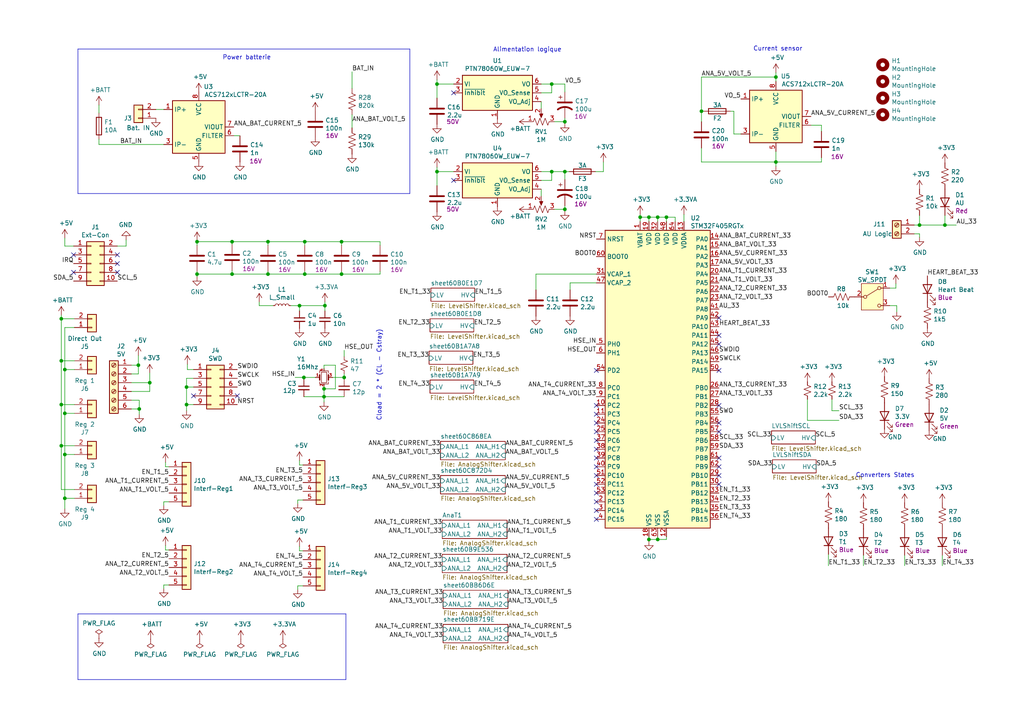
<source format=kicad_sch>
(kicad_sch (version 20230121) (generator eeschema)
  (paper "A4")
  (junction (at 86.868 88.646))
  (junction (at 67.31 79.502))
  (junction (at 77.724 79.502))
  (junction (at 54.102 117.348))
  (junction (at 57.15 70.104))
  (junction (at 93.98 112.776))
  (junction (at 88.138 109.474))
  (junction (at 266.7 65.278))
  (junction (at 99.822 109.474))
  (junction (at 190.754 156.464))
  (junction (at 40.386 118.618))
  (junction (at 190.754 62.992))
  (junction (at 17.78 92.456))
  (junction (at 18.796 107.188))
  (junction (at 18.796 131.826))
  (junction (at 163.83 60.706))
  (junction (at 77.724 70.104))
  (junction (at 99.06 79.502))
  (junction (at 17.78 117.348))
  (junction (at 225.044 46.99))
  (junction (at 54.102 112.268))
  (junction (at 17.78 129.286))
  (junction (at 88.392 79.502))
  (junction (at 188.214 156.464))
  (junction (at 18.796 119.888))
  (junction (at 88.392 70.104))
  (junction (at 160.02 49.784))
  (junction (at 57.15 79.502))
  (junction (at 93.98 115.062))
  (junction (at 40.132 105.918))
  (junction (at 99.06 70.104))
  (junction (at 126.746 24.384))
  (junction (at 188.214 62.992))
  (junction (at 94.234 88.646))
  (junction (at 17.78 104.648))
  (junction (at 67.31 70.104))
  (junction (at 193.294 62.992))
  (junction (at 185.674 62.992))
  (junction (at 43.434 110.998))
  (junction (at 203.454 32.258))
  (junction (at 163.83 35.306))
  (junction (at 225.044 22.352))
  (junction (at 160.02 24.384))
  (junction (at 163.83 49.784))
  (junction (at 274.066 65.278))
  (junction (at 18.796 144.526))
  (junction (at 126.746 49.784))
  (no_connect (at 172.974 117.602))
  (no_connect (at 172.974 122.682))
  (no_connect (at 172.974 132.842))
  (no_connect (at 34.036 73.914))
  (no_connect (at 172.974 145.542))
  (no_connect (at 56.134 114.808))
  (no_connect (at 172.974 135.382))
  (no_connect (at 21.336 73.914))
  (no_connect (at 131.572 52.324))
  (no_connect (at 34.036 78.994))
  (no_connect (at 172.974 125.222))
  (no_connect (at 172.974 143.002))
  (no_connect (at 21.336 78.994))
  (no_connect (at 172.974 150.622))
  (no_connect (at 208.534 107.442))
  (no_connect (at 172.974 140.462))
  (no_connect (at 208.534 99.822))
  (no_connect (at 131.572 26.924))
  (no_connect (at 208.534 125.222))
  (no_connect (at 172.974 148.082))
  (no_connect (at 208.534 117.602))
  (no_connect (at 172.974 107.442))
  (no_connect (at 34.036 76.454))
  (no_connect (at 208.534 137.922))
  (no_connect (at 172.974 137.922))
  (no_connect (at 68.834 114.808))
  (no_connect (at 208.534 140.462))
  (no_connect (at 172.974 127.762))
  (no_connect (at 208.534 92.202))
  (no_connect (at 208.534 97.282))
  (no_connect (at 208.534 135.382))
  (no_connect (at 208.534 122.682))
  (no_connect (at 172.974 120.142))
  (no_connect (at 172.974 130.302))
  (no_connect (at 208.534 132.842))
  (wire (pts (xy 75.184 87.63) (xy 75.184 88.646)))
  (wire (pts (xy 40.132 105.918) (xy 40.132 108.458)))
  (wire (pts (xy 93.98 106.934) (xy 93.98 105.918)))
  (wire (pts (xy 17.78 92.456) (xy 17.78 91.44)))
  (wire (pts (xy 87.884 134.874) (xy 86.868 134.874)))
  (wire (pts (xy 17.78 104.648) (xy 17.78 92.456)))
  (wire (pts (xy 48.006 135.382) (xy 48.006 134.112)))
  (wire (pts (xy 273.304 161.036) (xy 273.304 164.084)))
  (wire (pts (xy 160.02 49.784) (xy 163.83 49.784)))
  (wire (pts (xy 56.134 107.188) (xy 54.356 107.188)))
  (wire (pts (xy 99.06 78.74) (xy 99.06 79.502)))
  (polyline (pts (xy 118.872 56.134) (xy 118.872 14.224)))
  (wire (pts (xy 188.214 156.972) (xy 188.214 156.464)))
  (wire (pts (xy 85.598 109.474) (xy 88.138 109.474)))
  (wire (pts (xy 234.188 121.92) (xy 243.332 121.92)))
  (wire (pts (xy 88.392 79.502) (xy 77.724 79.502)))
  (wire (pts (xy 235.204 36.322) (xy 238.252 36.322)))
  (wire (pts (xy 190.754 64.262) (xy 190.754 62.992)))
  (wire (pts (xy 86.868 88.646) (xy 94.234 88.646)))
  (wire (pts (xy 77.724 70.104) (xy 67.31 70.104)))
  (wire (pts (xy 17.78 141.986) (xy 17.78 129.286)))
  (wire (pts (xy 225.044 21.082) (xy 225.044 22.352)))
  (wire (pts (xy 38.1 113.538) (xy 43.434 113.538)))
  (wire (pts (xy 156.972 56.896) (xy 156.972 54.864)))
  (wire (pts (xy 56.134 109.728) (xy 54.102 109.728)))
  (wire (pts (xy 203.454 46.99) (xy 225.044 46.99)))
  (wire (pts (xy 56.134 112.268) (xy 54.102 112.268)))
  (wire (pts (xy 266.7 67.818) (xy 266.7 68.834)))
  (wire (pts (xy 87.884 159.766) (xy 86.868 159.766)))
  (wire (pts (xy 225.044 46.99) (xy 225.044 48.26)))
  (wire (pts (xy 88.138 115.062) (xy 93.98 115.062)))
  (wire (pts (xy 175.006 49.784) (xy 175.006 46.99)))
  (wire (pts (xy 160.02 52.324) (xy 160.02 49.784)))
  (wire (pts (xy 38.1 118.618) (xy 40.386 118.618)))
  (wire (pts (xy 43.434 113.538) (xy 43.434 110.998)))
  (wire (pts (xy 86.868 159.766) (xy 86.868 158.496)))
  (wire (pts (xy 212.852 38.862) (xy 212.852 32.258)))
  (wire (pts (xy 49.022 135.382) (xy 48.006 135.382)))
  (wire (pts (xy 165.354 82.042) (xy 172.974 82.042)))
  (wire (pts (xy 67.31 78.486) (xy 67.31 79.502)))
  (wire (pts (xy 225.044 43.942) (xy 225.044 46.99)))
  (wire (pts (xy 99.822 109.474) (xy 99.822 109.982)))
  (wire (pts (xy 156.972 31.496) (xy 156.972 29.464)))
  (wire (pts (xy 185.674 62.992) (xy 185.674 64.262)))
  (wire (pts (xy 47.498 169.672) (xy 49.022 169.672)))
  (wire (pts (xy 160.02 24.384) (xy 163.83 24.384)))
  (wire (pts (xy 155.448 79.502) (xy 155.448 84.074)))
  (wire (pts (xy 17.78 117.348) (xy 17.78 104.648)))
  (wire (pts (xy 102.108 25.654) (xy 102.108 20.828)))
  (wire (pts (xy 38.1 116.078) (xy 40.386 116.078)))
  (polyline (pts (xy 22.606 178.054) (xy 22.606 197.104)))
  (wire (pts (xy 193.294 62.992) (xy 190.754 62.992)))
  (wire (pts (xy 38.1 105.918) (xy 40.132 105.918)))
  (wire (pts (xy 94.234 88.646) (xy 94.234 87.63)))
  (wire (pts (xy 195.834 62.992) (xy 193.294 62.992)))
  (wire (pts (xy 54.102 112.268) (xy 54.102 117.348)))
  (wire (pts (xy 48.006 159.512) (xy 48.006 158.242)))
  (wire (pts (xy 43.434 110.998) (xy 43.434 108.204)))
  (wire (pts (xy 193.294 64.262) (xy 193.294 62.992)))
  (wire (pts (xy 195.834 62.992) (xy 195.834 64.262)))
  (wire (pts (xy 86.36 145.034) (xy 87.884 145.034)))
  (wire (pts (xy 47.498 169.672) (xy 47.498 170.688)))
  (wire (pts (xy 259.842 82.296) (xy 259.842 83.566)))
  (wire (pts (xy 190.754 62.992) (xy 188.214 62.992)))
  (wire (pts (xy 99.06 70.104) (xy 88.392 70.104)))
  (wire (pts (xy 21.336 71.374) (xy 18.796 71.374)))
  (wire (pts (xy 190.754 155.702) (xy 190.754 156.464)))
  (wire (pts (xy 40.386 116.078) (xy 40.386 118.618)))
  (wire (pts (xy 21.59 131.826) (xy 18.796 131.826)))
  (wire (pts (xy 126.746 24.384) (xy 126.746 28.448)))
  (wire (pts (xy 18.796 144.526) (xy 18.796 147.574)))
  (wire (pts (xy 265.176 65.278) (xy 266.7 65.278)))
  (wire (pts (xy 93.98 115.062) (xy 93.98 116.586)))
  (wire (pts (xy 21.59 144.526) (xy 18.796 144.526)))
  (wire (pts (xy 266.7 65.278) (xy 274.066 65.278)))
  (wire (pts (xy 38.1 108.458) (xy 40.132 108.458)))
  (wire (pts (xy 96.52 109.474) (xy 99.822 109.474)))
  (wire (pts (xy 99.822 115.062) (xy 93.98 115.062)))
  (wire (pts (xy 93.98 112.776) (xy 93.98 115.062)))
  (wire (pts (xy 238.252 45.72) (xy 238.252 46.99)))
  (wire (pts (xy 250.444 161.036) (xy 250.444 164.084)))
  (wire (pts (xy 86.36 145.034) (xy 86.36 146.05)))
  (wire (pts (xy 262.382 161.036) (xy 262.382 164.084)))
  (polyline (pts (xy 100.33 178.054) (xy 22.606 178.054)))
  (wire (pts (xy 57.15 79.502) (xy 57.15 80.264)))
  (wire (pts (xy 75.184 88.646) (xy 79.248 88.646)))
  (wire (pts (xy 238.252 46.99) (xy 225.044 46.99)))
  (wire (pts (xy 99.822 108.458) (xy 99.822 109.474)))
  (wire (pts (xy 225.044 22.352) (xy 203.454 22.352)))
  (wire (pts (xy 110.236 71.12) (xy 110.236 70.104)))
  (wire (pts (xy 193.294 155.702) (xy 193.294 156.464)))
  (wire (pts (xy 131.572 24.384) (xy 126.746 24.384)))
  (wire (pts (xy 84.328 88.646) (xy 86.868 88.646)))
  (wire (pts (xy 86.36 169.926) (xy 86.36 170.942)))
  (wire (pts (xy 93.98 105.918) (xy 97.282 105.918)))
  (wire (pts (xy 21.59 104.648) (xy 17.78 104.648)))
  (wire (pts (xy 67.818 39.37) (xy 69.596 39.37)))
  (wire (pts (xy 86.868 90.17) (xy 86.868 88.646)))
  (wire (pts (xy 94.234 88.646) (xy 94.234 90.17)))
  (wire (pts (xy 54.356 107.188) (xy 54.356 105.664)))
  (wire (pts (xy 212.852 32.258) (xy 211.836 32.258)))
  (polyline (pts (xy 22.606 56.134) (xy 118.872 56.134)))
  (wire (pts (xy 160.02 26.924) (xy 160.02 24.384)))
  (wire (pts (xy 260.096 88.646) (xy 260.096 90.424)))
  (wire (pts (xy 163.83 60.706) (xy 163.83 61.214)))
  (wire (pts (xy 88.392 70.104) (xy 77.724 70.104)))
  (wire (pts (xy 97.282 112.776) (xy 93.98 112.776)))
  (polyline (pts (xy 22.606 14.224) (xy 22.606 56.134)))
  (wire (pts (xy 18.796 131.826) (xy 18.796 144.526)))
  (wire (pts (xy 77.724 71.12) (xy 77.724 70.104)))
  (wire (pts (xy 165.1 49.784) (xy 163.83 49.784)))
  (wire (pts (xy 57.15 70.104) (xy 57.15 71.12)))
  (wire (pts (xy 91.44 109.474) (xy 88.138 109.474)))
  (wire (pts (xy 131.572 49.784) (xy 126.746 49.784)))
  (wire (pts (xy 172.72 49.784) (xy 175.006 49.784)))
  (wire (pts (xy 165.354 82.042) (xy 165.354 84.074)))
  (wire (pts (xy 54.102 117.348) (xy 56.134 117.348)))
  (wire (pts (xy 156.972 49.784) (xy 160.02 49.784)))
  (wire (pts (xy 203.454 32.258) (xy 203.454 35.306)))
  (wire (pts (xy 110.236 79.502) (xy 99.06 79.502)))
  (wire (pts (xy 67.31 70.104) (xy 57.15 70.104)))
  (wire (pts (xy 21.59 107.188) (xy 18.796 107.188)))
  (wire (pts (xy 234.188 115.824) (xy 234.188 121.92)))
  (wire (pts (xy 18.796 94.996) (xy 18.796 107.188)))
  (wire (pts (xy 28.702 41.91) (xy 28.702 40.386)))
  (wire (pts (xy 40.132 103.124) (xy 40.132 105.918)))
  (wire (pts (xy 126.746 49.784) (xy 126.746 53.848)))
  (wire (pts (xy 86.36 169.926) (xy 87.884 169.926)))
  (wire (pts (xy 38.1 110.998) (xy 43.434 110.998)))
  (wire (pts (xy 214.884 38.862) (xy 212.852 38.862)))
  (wire (pts (xy 88.392 71.12) (xy 88.392 70.104)))
  (wire (pts (xy 204.216 32.258) (xy 203.454 32.258)))
  (polyline (pts (xy 22.606 197.104) (xy 100.33 197.104)))
  (wire (pts (xy 163.83 26.67) (xy 163.83 24.384)))
  (wire (pts (xy 49.022 159.512) (xy 48.006 159.512)))
  (wire (pts (xy 18.796 71.374) (xy 18.796 69.088)))
  (wire (pts (xy 163.83 35.306) (xy 163.83 35.814)))
  (wire (pts (xy 45.212 31.75) (xy 47.498 31.75)))
  (wire (pts (xy 188.214 156.464) (xy 188.214 155.702)))
  (wire (pts (xy 99.822 101.6) (xy 99.822 103.378)))
  (wire (pts (xy 225.044 22.352) (xy 225.044 23.622)))
  (wire (pts (xy 40.386 118.618) (xy 40.386 120.142)))
  (wire (pts (xy 193.294 156.464) (xy 190.754 156.464)))
  (wire (pts (xy 93.98 112.014) (xy 93.98 112.776)))
  (wire (pts (xy 97.282 105.918) (xy 97.282 112.776)))
  (wire (pts (xy 126.746 48.514) (xy 126.746 49.784)))
  (wire (pts (xy 21.59 141.986) (xy 17.78 141.986)))
  (wire (pts (xy 47.498 145.542) (xy 47.498 146.558)))
  (polyline (pts (xy 100.33 197.104) (xy 100.33 178.054)))
  (wire (pts (xy 47.498 145.542) (xy 49.022 145.542)))
  (polyline (pts (xy 118.872 14.224) (xy 22.606 14.224)))
  (wire (pts (xy 88.392 78.74) (xy 88.392 79.502)))
  (wire (pts (xy 99.06 71.12) (xy 99.06 70.104)))
  (wire (pts (xy 57.15 69.85) (xy 57.15 70.104)))
  (wire (pts (xy 57.15 78.74) (xy 57.15 79.502)))
  (wire (pts (xy 160.782 35.306) (xy 163.83 35.306)))
  (wire (pts (xy 18.796 107.188) (xy 18.796 119.888)))
  (wire (pts (xy 188.214 64.262) (xy 188.214 62.992)))
  (wire (pts (xy 54.102 109.728) (xy 54.102 112.268)))
  (wire (pts (xy 88.138 109.474) (xy 88.138 109.982)))
  (wire (pts (xy 190.754 156.464) (xy 188.214 156.464)))
  (wire (pts (xy 17.78 129.286) (xy 17.78 117.348)))
  (wire (pts (xy 156.972 24.384) (xy 160.02 24.384)))
  (wire (pts (xy 203.454 22.352) (xy 203.454 32.258)))
  (wire (pts (xy 77.724 79.502) (xy 67.31 79.502)))
  (wire (pts (xy 160.782 60.706) (xy 163.83 60.706)))
  (wire (pts (xy 99.06 79.502) (xy 88.392 79.502)))
  (wire (pts (xy 258.064 88.646) (xy 260.096 88.646)))
  (wire (pts (xy 54.102 117.348) (xy 54.102 119.126)))
  (wire (pts (xy 36.576 71.374) (xy 36.576 69.596)))
  (wire (pts (xy 21.59 129.286) (xy 17.78 129.286)))
  (wire (pts (xy 21.59 119.888) (xy 18.796 119.888)))
  (wire (pts (xy 77.724 78.74) (xy 77.724 79.502)))
  (wire (pts (xy 126.746 23.114) (xy 126.746 24.384)))
  (wire (pts (xy 18.796 94.996) (xy 21.59 94.996)))
  (wire (pts (xy 163.83 59.69) (xy 163.83 60.706)))
  (wire (pts (xy 18.796 119.888) (xy 18.796 131.826)))
  (wire (pts (xy 21.59 117.348) (xy 17.78 117.348)))
  (wire (pts (xy 198.374 64.262) (xy 198.374 62.23)))
  (wire (pts (xy 240.284 160.782) (xy 240.284 164.084)))
  (wire (pts (xy 102.108 33.274) (xy 102.108 37.084)))
  (wire (pts (xy 265.176 67.818) (xy 266.7 67.818)))
  (wire (pts (xy 110.236 78.74) (xy 110.236 79.502)))
  (wire (pts (xy 163.83 52.07) (xy 163.83 49.784)))
  (wire (pts (xy 241.3 119.126) (xy 243.332 119.126)))
  (wire (pts (xy 163.83 34.29) (xy 163.83 35.306)))
  (wire (pts (xy 28.702 32.766) (xy 28.702 30.48)))
  (wire (pts (xy 47.498 41.91) (xy 28.702 41.91)))
  (wire (pts (xy 110.236 70.104) (xy 99.06 70.104)))
  (wire (pts (xy 188.214 62.992) (xy 185.674 62.992)))
  (wire (pts (xy 156.972 52.324) (xy 160.02 52.324)))
  (wire (pts (xy 86.868 134.874) (xy 86.868 133.604)))
  (wire (pts (xy 266.7 62.484) (xy 266.7 65.278)))
  (wire (pts (xy 172.974 79.502) (xy 155.448 79.502)))
  (wire (pts (xy 156.972 26.924) (xy 160.02 26.924)))
  (wire (pts (xy 238.252 36.322) (xy 238.252 38.1)))
  (wire (pts (xy 67.31 70.866) (xy 67.31 70.104)))
  (wire (pts (xy 21.59 92.456) (xy 17.78 92.456)))
  (wire (pts (xy 67.31 79.502) (xy 57.15 79.502)))
  (wire (pts (xy 274.066 62.484) (xy 274.066 65.278)))
  (wire (pts (xy 185.674 62.23) (xy 185.674 62.992)))
  (wire (pts (xy 259.842 83.566) (xy 258.064 83.566)))
  (wire (pts (xy 34.036 71.374) (xy 36.576 71.374)))
  (wire (pts (xy 274.066 65.278) (xy 277.368 65.278)))
  (wire (pts (xy 241.3 115.824) (xy 241.3 119.126)))
  (wire (pts (xy 203.454 46.99) (xy 203.454 42.926)))
  (text "Current sensor" (at 218.44 14.986 0) (effects (font (size 1.27 1.27)) (justify left bottom)))
  (text "Power batterie\n" (at 64.516 17.526 0) (effects (font (size 1.27 1.27)) (justify left bottom)))
  (text "Cload = 2 * (CL - Cstray)\n " (at 112.776 122.174 90) (effects (font (size 1.27 1.27)) (justify left bottom)))
  (text "Converters States" (at 248.158 138.684 0) (effects (font (size 1.27 1.27)) (justify left bottom)))
  (text "Alimentation logique" (at 143.002 15.24 0) (effects (font (size 1.27 1.27)) (justify left bottom)))
  (label "ANA_T1_CURRENT_5" (at 49.022 140.462 180))
  (label "AU_33" (at 277.368 65.278 0))
  (label "BAT_IN" (at 102.108 20.828 0))
  (label "ANA_T1_VOLT_5" (at 49.022 143.002 180))
  (label "EN_T3_5" (at 87.884 137.414 180))
  (label "ANA_T2_CURRENT_5" (at 147.066 162.306 0))
  (label "SDA_33" (at 243.332 121.92 0))
  (label "EN_T3_33" (at 208.534 148.082 0))
  (label "EN_T4_5" (at 137.414 112.268 0))
  (label "ANA_5V_VOLT_5" (at 203.454 22.352 0))
  (label "ANA_T3_CURRENT_33" (at 208.534 112.522 0))
  (label "ANA_5V_VOLT_5" (at 146.558 141.986 0))
  (label "ANA_T2_VOLT_33" (at 208.534 87.122 0))
  (label "NRST" (at 68.834 117.348 0))
  (label "ANA_BAT_VOLT_5" (at 102.108 35.56 0))
  (label "SCL_5" (at 34.036 81.534 0))
  (label "VO_5" (at 214.884 28.702 180))
  (label "ANA_T1_CURRENT_5" (at 147.066 152.4 0))
  (label "ANA_T4_VOLT_5" (at 87.884 167.386 180))
  (label "EN_T2_33" (at 124.714 94.488 180))
  (label "HEART_BEAT_33" (at 268.986 80.01 0))
  (label "EN_T2_5" (at 49.022 162.052 180))
  (label "ANA_T3_VOLT_5" (at 87.884 142.494 180))
  (label "SWCLK" (at 208.534 104.902 0))
  (label "NRST" (at 172.974 69.342 180))
  (label "HSE_IN" (at 85.598 109.474 180))
  (label "ANA_T1_VOLT_33" (at 208.534 82.042 0))
  (label "EN_T2_33" (at 250.444 164.084 0))
  (label "EN_T4_5" (at 87.884 162.306 180))
  (label "ANA_T4_CURRENT_5" (at 147.32 182.626 0))
  (label "EN_T2_33" (at 208.534 145.542 0))
  (label "EN_T3_33" (at 124.46 103.886 180))
  (label "ANA_T4_CURRENT_33" (at 128.524 182.626 180))
  (label "SDA_5" (at 21.336 81.534 180))
  (label "EN_T4_33" (at 124.714 112.268 180))
  (label "SWDIO" (at 68.834 107.188 0))
  (label "SDA_33" (at 208.534 130.302 0))
  (label "ANA_T3_VOLT_33" (at 208.534 115.062 0))
  (label "IRQ" (at 21.336 76.454 180))
  (label "EN_T4_33" (at 208.534 150.622 0))
  (label "ANA_5V_VOLT_33" (at 208.534 76.962 0))
  (label "EN_T1_5" (at 137.668 85.598 0))
  (label "EN_T1_33" (at 208.534 143.002 0))
  (label "VO_5" (at 163.83 24.384 0))
  (label "ANA_5V_CURRENT_5" (at 235.204 33.782 0))
  (label "ANA_BAT_VOLT_33" (at 208.534 71.882 0))
  (label "HSE_OUT" (at 99.822 101.6 0))
  (label "ANA_T2_CURRENT_33" (at 208.534 84.582 0))
  (label "ANA_T4_VOLT_33" (at 128.524 185.166 180))
  (label "SWDIO" (at 208.534 102.362 0))
  (label "ANA_5V_CURRENT_33" (at 127.762 139.446 180))
  (label "ANA_5V_VOLT_33" (at 127.762 141.986 180))
  (label "ANA_T3_CURRENT_5" (at 147.32 172.72 0))
  (label "HSE_IN" (at 172.974 99.822 180))
  (label "BAT_IN" (at 34.798 41.91 0))
  (label "SWO" (at 208.534 120.142 0))
  (label "ANA_T3_VOLT_5" (at 147.32 175.26 0))
  (label "ANA_T2_VOLT_5" (at 147.066 164.846 0))
  (label "ANA_T3_VOLT_33" (at 128.524 175.26 180))
  (label "SDA_33" (at 224.028 135.382 180))
  (label "ANA_5V_CURRENT_5" (at 146.558 139.446 0))
  (label "EN_T1_5" (at 49.022 137.922 180))
  (label "EN_T4_33" (at 273.304 164.084 0))
  (label "EN_T3_5" (at 137.16 103.886 0))
  (label "SWO" (at 68.834 112.268 0))
  (label "ANA_T1_CURRENT_33" (at 208.534 79.502 0))
  (label "ANA_T1_VOLT_5" (at 147.066 154.94 0))
  (label "EN_T1_33" (at 124.968 85.598 180))
  (label "AU_33" (at 208.534 89.662 0))
  (label "ANA_BAT_CURRENT_5" (at 146.558 129.54 0))
  (label "EN_T1_33" (at 240.284 164.084 0))
  (label "ANA_T3_CURRENT_5" (at 87.884 139.954 180))
  (label "ANA_T2_CURRENT_5" (at 49.022 164.592 180))
  (label "EN_T3_33" (at 262.382 164.084 0))
  (label "ANA_T3_CURRENT_33" (at 128.524 172.72 180))
  (label "SCL_33" (at 243.332 119.126 0))
  (label "ANA_BAT_VOLT_33" (at 127.762 132.08 180))
  (label "ANA_T2_CURRENT_33" (at 128.27 162.306 180))
  (label "ANA_T2_VOLT_5" (at 49.022 167.132 180))
  (label "ANA_BAT_VOLT_5" (at 146.558 132.08 0))
  (label "ANA_BAT_CURRENT_33" (at 127.762 129.54 180))
  (label "BOOT0" (at 172.974 74.422 180))
  (label "SCL_33" (at 223.774 127 180))
  (label "ANA_T4_CURRENT_5" (at 87.884 164.846 180))
  (label "ANA_5V_CURRENT_33" (at 208.534 74.422 0))
  (label "SCL_5" (at 236.474 127 0))
  (label "ANA_T4_VOLT_5" (at 147.32 185.166 0))
  (label "ANA_T1_CURRENT_33" (at 128.27 152.4 180))
  (label "ANA_T2_VOLT_33" (at 128.27 164.846 180))
  (label "HSE_OUT" (at 172.974 102.362 180))
  (label "ANA_T1_VOLT_33" (at 128.27 154.94 180))
  (label "SDA_5" (at 236.728 135.382 0))
  (label "ANA_BAT_CURRENT_5" (at 67.818 36.83 0))
  (label "ANA_T4_VOLT_33" (at 172.974 115.062 180))
  (label "EN_T2_5" (at 137.414 94.488 0))
  (label "HEART_BEAT_33" (at 208.534 94.742 0))
  (label "BOOT0" (at 240.284 86.106 180))
  (label "ANA_T4_CURRENT_33" (at 172.974 112.522 180))
  (label "SWCLK" (at 68.834 109.728 0))
  (label "ANA_BAT_CURRENT_33" (at 208.534 69.342 0))
  (label "SCL_33" (at 208.534 127.762 0))
  (symbol (lib_id "Connector_Generic:Conn_01x02") (at 40.132 34.29 180) (unit 1)
    (property "Reference" "J3" (at 37.084 34.29 0))
    (property "Value" "Bat. IN" (at 40.132 37.084 0))
    (property "Footprint" "Connector_Phoenix_MC_HighVoltage:PhoenixContact_MC_1,5_2-G-5.08_1x02_P5.08mm_Horizontal" (effects hide))
    (property "JLCPCB BOM" "0" (effects hide))
  )
  (symbol (lib_id "power:+BATT") (at 28.702 30.48 0) (unit 1)
    (property "Reference" "#PWR0101" (effects hide))
    (property "Value" "+BATT" (at 29.083 26.0858 0))
  )
  (symbol (lib_id "power:PWR_FLAG") (at 43.688 185.42 180) (unit 1)
    (property "Reference" "#FLG0101" (effects hide))
    (property "Value" "PWR_FLAG" (at 43.688 189.8142 0))
  )
  (symbol (lib_id "Connector_Generic:Conn_02x05_Odd_Even") (at 26.416 76.454 0) (unit 1)
    (property "Reference" "J1" (at 27.686 65.8622 0))
    (property "Value" "Ext-Con" (at 27.686 68.1736 0))
    (property "Footprint" "Connector_IDC:IDC-Header_2x05_P2.54mm_Vertical" (effects hide))
    (property "JLCPCB BOM" "0" (effects hide))
  )
  (symbol (lib_id "power:+5V") (at 18.796 69.088 0) (unit 1)
    (property "Reference" "#PWR0103" (effects hide))
    (property "Value" "+5V" (at 19.177 64.6938 0))
  )
  (symbol (lib_id "power:GND") (at 36.576 69.596 180) (unit 1)
    (property "Reference" "#PWR0104" (effects hide))
    (property "Value" "GND" (at 36.449 65.2018 0))
  )
  (symbol (lib_id "power:PWR_FLAG") (at 57.912 185.42 180) (unit 1)
    (property "Reference" "#FLG0103" (effects hide))
    (property "Value" "PWR_FLAG" (at 57.912 189.8142 0))
  )
  (symbol (lib_id "power:GND") (at 266.7 68.834 0) (unit 1)
    (property "Reference" "#PWR0105" (effects hide))
    (property "Value" "GND" (at 266.827 73.2282 0))
  )
  (symbol (lib_id "Device:R_US") (at 266.7 58.674 0) (unit 1)
    (property "Reference" "R1" (at 268.4272 57.5056 0) (effects (justify left)))
    (property "Value" "10k" (at 268.4272 59.817 0) (effects (justify left)))
    (property "Footprint" "Resistor_SMD:R_0805_2012Metric_Pad1.20x1.40mm_HandSolder" (effects hide))
    (property "LCSC Part" "C17414" (effects hide))
  )
  (symbol (lib_id "Device:R_US") (at 274.066 51.054 0) (unit 1)
    (property "Reference" "R2" (at 275.7932 49.8856 0) (effects (justify left)))
    (property "Value" "220" (at 275.7932 52.197 0) (effects (justify left)))
    (property "Footprint" "Resistor_SMD:R_0805_2012Metric_Pad1.20x1.40mm_HandSolder" (effects hide))
    (property "LCSC Part" "C417010" (effects hide))
  )
  (symbol (lib_id "Device:LED") (at 274.066 58.674 90) (unit 1)
    (property "Reference" "D1" (at 277.0632 56.5404 90) (effects (justify right)))
    (property "Value" "AU" (at 277.0632 58.8518 90) (effects (justify right)))
    (property "Footprint" "LED_SMD:LED_0805_2012Metric" (effects hide))
    (property "Color" "Red" (at 277.0632 61.1632 90) (effects (justify right)))
    (property "LCSC Part" "C72037" (effects hide))
  )
  (symbol (lib_id "Device:LED") (at 262.382 157.226 90) (unit 1)
    (property "Reference" "D5" (at 265.3792 155.0924 90) (effects (justify right)))
    (property "Value" "T3" (at 265.3792 157.4038 90) (effects (justify right)))
    (property "Footprint" "LED_SMD:LED_0805_2012Metric" (effects hide))
    (property "Color" "Blue" (at 265.3792 159.7152 90) (effects (justify right)))
    (property "LCSC Part" "C205441" (effects hide))
  )
  (symbol (lib_id "Device:LED") (at 273.304 157.226 90) (unit 1)
    (property "Reference" "D6" (at 276.3012 155.0924 90) (effects (justify right)))
    (property "Value" "T4" (at 276.3012 157.4038 90) (effects (justify right)))
    (property "Footprint" "LED_SMD:LED_0805_2012Metric" (effects hide))
    (property "Color" "Blue" (at 276.3012 159.7152 90) (effects (justify right)))
    (property "LCSC Part" "C205441" (effects hide))
  )
  (symbol (lib_id "Device:R_US") (at 240.284 149.352 0) (unit 1)
    (property "Reference" "R4" (at 242.0112 148.1836 0) (effects (justify left)))
    (property "Value" "180" (at 242.0112 150.495 0) (effects (justify left)))
    (property "Footprint" "Resistor_SMD:R_0805_2012Metric_Pad1.20x1.40mm_HandSolder" (effects hide))
    (property "LCSC Part" "C168485" (effects hide))
  )
  (symbol (lib_id "Device:R_US") (at 250.444 149.606 0) (unit 1)
    (property "Reference" "R5" (at 252.1712 148.4376 0) (effects (justify left)))
    (property "Value" "180" (at 252.1712 150.749 0) (effects (justify left)))
    (property "Footprint" "Resistor_SMD:R_0805_2012Metric_Pad1.20x1.40mm_HandSolder" (effects hide))
    (property "LCSC Part" "C168485" (effects hide))
  )
  (symbol (lib_id "Device:R_US") (at 262.382 149.606 0) (unit 1)
    (property "Reference" "R6" (at 264.1092 148.4376 0) (effects (justify left)))
    (property "Value" "180" (at 264.1092 150.749 0) (effects (justify left)))
    (property "Footprint" "Resistor_SMD:R_0805_2012Metric_Pad1.20x1.40mm_HandSolder" (effects hide))
    (property "LCSC Part" "C168485" (effects hide))
  )
  (symbol (lib_id "Device:R_US") (at 273.304 149.606 0) (unit 1)
    (property "Reference" "R7" (at 275.0312 148.4376 0) (effects (justify left)))
    (property "Value" "180" (at 275.0312 150.749 0) (effects (justify left)))
    (property "Footprint" "Resistor_SMD:R_0805_2012Metric_Pad1.20x1.40mm_HandSolder" (effects hide))
    (property "LCSC Part" "C168485" (effects hide))
  )
  (symbol (lib_id "Device:R_US") (at 269.494 113.538 0) (unit 1)
    (property "Reference" "R3" (at 271.2212 112.3696 0) (effects (justify left)))
    (property "Value" "280" (at 271.2212 114.681 0) (effects (justify left)))
    (property "Footprint" "Resistor_SMD:R_0805_2012Metric_Pad1.20x1.40mm_HandSolder" (effects hide))
    (property "LCSC Part" "C17471" (effects hide))
  )
  (symbol (lib_id "Device:LED") (at 269.494 121.158 90) (unit 1)
    (property "Reference" "D2" (at 272.4912 119.0244 90) (effects (justify right)))
    (property "Value" "5V" (at 272.4912 121.3358 90) (effects (justify right)))
    (property "Footprint" "LED_SMD:LED_0805_2012Metric" (effects hide))
    (property "Color" "Green" (at 272.4912 123.6472 90) (effects (justify right)))
    (property "LCSC Part" "C205442" (effects hide))
  )
  (symbol (lib_id "power:+5V") (at 48.006 158.242 0) (unit 1)
    (property "Reference" "#PWR010" (effects hide))
    (property "Value" "+5V" (at 48.387 153.8478 0))
  )
  (symbol (lib_id "power:GND") (at 47.498 170.688 0) (unit 1)
    (property "Reference" "#PWR07" (effects hide))
    (property "Value" "GND" (at 47.625 175.0822 0))
  )
  (symbol (lib_id "Connector_Generic:Conn_01x05") (at 54.102 164.592 0) (unit 1)
    (property "Reference" "J12" (at 56.134 163.5252 0) (effects (justify left)))
    (property "Value" "Interf-Reg2" (at 56.134 165.8366 0) (effects (justify left)))
    (property "Footprint" "Connector_JST:JST_PH_B5B-PH-K_1x05_P2.00mm_Vertical" (effects hide))
    (property "JLCPCB BOM" "0" (effects hide))
  )
  (symbol (lib_id "power:+5V") (at 86.868 133.604 0) (unit 1)
    (property "Reference" "#PWR011" (effects hide))
    (property "Value" "+5V" (at 87.249 129.2098 0))
  )
  (symbol (lib_id "power:GND") (at 86.36 146.05 0) (unit 1)
    (property "Reference" "#PWR08" (effects hide))
    (property "Value" "GND" (at 86.487 150.4442 0))
  )
  (symbol (lib_id "Connector_Generic:Conn_01x05") (at 92.964 139.954 0) (unit 1)
    (property "Reference" "J13" (at 94.996 138.8872 0) (effects (justify left)))
    (property "Value" "Interf-Reg3" (at 94.996 141.1986 0) (effects (justify left)))
    (property "Footprint" "Connector_JST:JST_PH_B5B-PH-K_1x05_P2.00mm_Vertical" (effects hide))
    (property "JLCPCB BOM" "0" (effects hide))
  )
  (symbol (lib_id "power:+5V") (at 269.494 109.728 0) (unit 1)
    (property "Reference" "#PWR0107" (effects hide))
    (property "Value" "+5V" (at 269.875 105.3338 0))
  )
  (symbol (lib_id "power:GND") (at 269.494 124.968 0) (unit 1)
    (property "Reference" "#PWR0108" (effects hide))
    (property "Value" "GND" (at 272.542 127.254 0))
  )
  (symbol (lib_id "power:+5V") (at 86.868 158.496 0) (unit 1)
    (property "Reference" "#PWR012" (effects hide))
    (property "Value" "+5V" (at 87.249 154.1018 0))
  )
  (symbol (lib_id "power:GND") (at 86.36 170.942 0) (unit 1)
    (property "Reference" "#PWR09" (effects hide))
    (property "Value" "GND" (at 86.487 175.3362 0))
  )
  (symbol (lib_id "Connector_Generic:Conn_01x05") (at 92.964 164.846 0) (unit 1)
    (property "Reference" "J14" (at 94.996 163.7792 0) (effects (justify left)))
    (property "Value" "Interf-Reg4" (at 94.996 166.0906 0) (effects (justify left)))
    (property "Footprint" "Connector_JST:JST_PH_B5B-PH-K_1x05_P2.00mm_Vertical" (effects hide))
    (property "JLCPCB BOM" "0" (effects hide))
  )
  (symbol (lib_id "Mechanical:MountingHole") (at 256.032 18.796 0) (unit 1)
    (property "Reference" "H1" (at 258.572 17.6276 0) (effects (justify left)))
    (property "Value" "MountingHole" (at 258.572 19.939 0) (effects (justify left)))
    (property "Footprint" "MountingHole:MountingHole_3.2mm_M3" (effects hide))
  )
  (symbol (lib_id "Mechanical:MountingHole") (at 256.032 23.622 0) (unit 1)
    (property "Reference" "H2" (at 258.572 22.4536 0) (effects (justify left)))
    (property "Value" "MountingHole" (at 258.572 24.765 0) (effects (justify left)))
    (property "Footprint" "MountingHole:MountingHole_3.2mm_M3" (effects hide))
  )
  (symbol (lib_id "Mechanical:MountingHole") (at 256.032 28.448 0) (unit 1)
    (property "Reference" "H3" (at 258.572 27.2796 0) (effects (justify left)))
    (property "Value" "MountingHole" (at 258.572 29.591 0) (effects (justify left)))
    (property "Footprint" "MountingHole:MountingHole_3.2mm_M3" (effects hide))
  )
  (symbol (lib_id "Mechanical:MountingHole") (at 256.032 33.274 0) (unit 1)
    (property "Reference" "H4" (at 258.572 32.1056 0) (effects (justify left)))
    (property "Value" "MountingHole" (at 258.572 34.417 0) (effects (justify left)))
    (property "Footprint" "MountingHole:MountingHole_3.2mm_M3" (effects hide))
  )
  (symbol (lib_id "Device:C") (at 203.454 39.116 180) (unit 1)
    (property "Reference" "C20" (at 206.375 37.9476 0) (effects (justify right)))
    (property "Value" "100n" (at 206.375 40.259 0) (effects (justify right)))
    (property "Footprint" "Capacitor_SMD:C_0603_1608Metric_Pad1.08x0.95mm_HandSolder" (effects hide))
    (property "LCSC Part" "C80516" (effects hide))
    (property "Tension" "16V" (at 208.28 42.418 0))
  )
  (symbol (lib_id "Device:C") (at 67.31 74.676 180) (unit 1)
    (property "Reference" "C2" (at 70.231 73.5076 0) (effects (justify right)))
    (property "Value" "100n" (at 70.231 75.819 0) (effects (justify right)))
    (property "Footprint" "Capacitor_SMD:C_0603_1608Metric_Pad1.08x0.95mm_HandSolder" (effects hide))
    (property "LCSC Part" "C80516" (effects hide))
    (property "Tension" "16V" (at 72.136 77.978 0))
  )
  (symbol (lib_id "Device:C") (at 77.724 74.93 180) (unit 1)
    (property "Reference" "C5" (at 80.645 73.7616 0) (effects (justify right)))
    (property "Value" "100n" (at 80.645 76.073 0) (effects (justify right)))
    (property "Footprint" "Capacitor_SMD:C_0603_1608Metric_Pad1.08x0.95mm_HandSolder" (effects hide))
    (property "LCSC Part" "C80516" (effects hide))
    (property "Tension" "16V" (at 82.55 78.232 0))
  )
  (symbol (lib_id "Device:C") (at 88.392 74.93 180) (unit 1)
    (property "Reference" "C8" (at 91.313 73.7616 0) (effects (justify right)))
    (property "Value" "100n" (at 91.313 76.073 0) (effects (justify right)))
    (property "Footprint" "Capacitor_SMD:C_0603_1608Metric_Pad1.08x0.95mm_HandSolder" (effects hide))
    (property "LCSC Part" "C80516" (effects hide))
    (property "Tension" "16V" (at 93.218 78.232 0))
  )
  (symbol (lib_id "Device:C") (at 99.06 74.93 180) (unit 1)
    (property "Reference" "C9" (at 101.981 73.7616 0) (effects (justify right)))
    (property "Value" "100n" (at 101.981 76.073 0) (effects (justify right)))
    (property "Footprint" "Capacitor_SMD:C_0603_1608Metric_Pad1.08x0.95mm_HandSolder" (effects hide))
    (property "LCSC Part" "C80516" (effects hide))
    (property "Tension" "16V" (at 103.886 78.232 0))
  )
  (symbol (lib_id "Device:C") (at 110.236 74.93 180) (unit 1)
    (property "Reference" "C10" (at 113.157 73.7616 0) (effects (justify right)))
    (property "Value" "100n" (at 113.157 76.073 0) (effects (justify right)))
    (property "Footprint" "Capacitor_SMD:C_0603_1608Metric_Pad1.08x0.95mm_HandSolder" (effects hide))
    (property "LCSC Part" "C80516" (effects hide))
    (property "Tension" "16V" (at 115.062 78.232 0))
  )
  (symbol (lib_id "Sensor_Current:ACS712xLCTR-20A") (at 225.044 33.782 0) (unit 1)
    (property "Reference" "U5" (at 227.838 22.098 0))
    (property "Value" "ACS712xLCTR-20A" (at 235.712 24.384 0))
    (property "Footprint" "Package_SO:SOIC-8_3.9x4.9mm_P1.27mm" (effects hide))
    (property "Datasheet" "http://www.allegromicro.com/~/media/Files/Datasheets/ACS712-Datasheet.ashx?la=en" (effects hide))
    (property "LCSC Part" "C10681" (effects hide))
  )
  (symbol (lib_id "ARIG:PTN78060W_EUW-7") (at 144.272 52.324 0) (unit 1)
    (property "Reference" "U4" (at 144.272 43.0022 0))
    (property "Value" "PTN78060W_EUW-7" (at 144.272 45.3136 0))
    (property "Footprint" "ARIG:Texas_EUW_R-PDSS-T7_THT" (effects hide))
    (property "Datasheet" "https://www.ti.com/lit/ds/symlink/ptn78060w.pdf" (effects hide))
    (property "JLCPCB BOM" "0" (effects hide))
  )
  (symbol (lib_id "Device:C") (at 126.746 57.658 0) (unit 1)
    (property "Reference" "C13" (at 129.667 56.4896 0) (effects (justify left)))
    (property "Value" "2.2u" (at 129.667 58.801 0) (effects (justify left)))
    (property "Footprint" "Capacitor_SMD:C_1206_3216Metric_Pad1.33x1.80mm_HandSolder" (effects hide))
    (property "Tension" "50V" (at 131.318 60.706 0))
    (property "LCSC Part" "C282852" (effects hide))
  )
  (symbol (lib_id "MasterAlimSTM32-rescue:R_POT_US-Device") (at 156.972 60.706 90) (unit 1)
    (property "Reference" "RV2" (at 156.972 63.5762 90))
    (property "Value" "1M" (at 156.972 65.8876 90))
    (property "Footprint" "Potentiometer_THT:Potentiometer_Bourns_3266Y_Vertical" (effects hide))
    (property "JLCPCB BOM" "0" (effects hide))
  )
  (symbol (lib_id "MasterAlimSTM32-rescue:CP1-Device") (at 163.83 55.88 0) (unit 1)
    (property "Reference" "C18" (at 166.751 54.7116 0) (effects (justify left)))
    (property "Value" "100u" (at 166.751 57.023 0) (effects (justify left)))
    (property "Footprint" "Capacitor_SMD:CP_Elec_6.3x5.4" (effects hide))
    (property "Tension" "16V" (at 168.402 59.182 0))
    (property "LCSC Part" "C97805" (effects hide))
  )
  (symbol (lib_id "Connector_Generic:Conn_01x02") (at 26.67 94.996 0) (mirror x) (unit 1)
    (property "Reference" "J5" (at 24.5872 100.5078 0))
    (property "Value" "Direct Out" (at 24.5872 98.1964 0))
    (property "Footprint" "Connector_Phoenix_MC_HighVoltage:PhoenixContact_MC_1,5_2-G-5.08_1x02_P5.08mm_Horizontal" (effects hide))
    (property "JLCPCB BOM" "0" (effects hide))
  )
  (symbol (lib_id "Connector_Generic:Conn_01x02") (at 26.67 107.188 0) (mirror x) (unit 1)
    (property "Reference" "J6" (at 24.5872 112.6998 0))
    (property "Value" "Reg 1" (at 24.5872 110.3884 0))
    (property "Footprint" "Connector_Phoenix_MC_HighVoltage:PhoenixContact_MC_1,5_2-G-5.08_1x02_P5.08mm_Horizontal" (effects hide))
    (property "JLCPCB BOM" "0" (effects hide))
  )
  (symbol (lib_id "Connector_Generic:Conn_01x02") (at 26.67 119.888 0) (mirror x) (unit 1)
    (property "Reference" "J7" (at 24.5872 125.3998 0))
    (property "Value" "Reg 2" (at 24.5872 123.0884 0))
    (property "Footprint" "Connector_Phoenix_MC_HighVoltage:PhoenixContact_MC_1,5_2-G-5.08_1x02_P5.08mm_Horizontal" (effects hide))
    (property "JLCPCB BOM" "0" (effects hide))
  )
  (symbol (lib_id "Connector_Generic:Conn_01x02") (at 26.67 131.826 0) (mirror x) (unit 1)
    (property "Reference" "J8" (at 24.5872 137.3378 0))
    (property "Value" "Reg 3" (at 24.5872 135.0264 0))
    (property "Footprint" "Connector_Phoenix_MC_HighVoltage:PhoenixContact_MC_1,5_2-G-5.08_1x02_P5.08mm_Horizontal" (effects hide))
    (property "JLCPCB BOM" "0" (effects hide))
  )
  (symbol (lib_id "Connector_Generic:Conn_01x02") (at 26.67 144.526 0) (mirror x) (unit 1)
    (property "Reference" "J9" (at 24.5872 150.0378 0))
    (property "Value" "Reg 4" (at 24.5872 147.7264 0))
    (property "Footprint" "Connector_Phoenix_MC_HighVoltage:PhoenixContact_MC_1,5_2-G-5.08_1x02_P5.08mm_Horizontal" (effects hide))
    (property "JLCPCB BOM" "0" (effects hide))
  )
  (symbol (lib_id "power:+BATT") (at 17.78 91.44 0) (unit 1)
    (property "Reference" "#PWR0111" (effects hide))
    (property "Value" "+BATT" (at 18.161 87.0458 0))
  )
  (symbol (lib_id "power:PWR_FLAG") (at 28.702 185.166 0) (unit 1)
    (property "Reference" "#FLG0102" (effects hide))
    (property "Value" "PWR_FLAG" (at 28.702 180.7718 0))
  )
  (symbol (lib_id "MasterAlimSTM32-rescue:STM32F405RGTx-MCU_ST_STM32F4") (at 190.754 109.982 0) (unit 1)
    (property "Reference" "U2" (at 201.676 63.246 0))
    (property "Value" "STM32F405RGTx" (at 208.026 65.532 0))
    (property "Footprint" "Package_QFP:LQFP-64_10x10mm_P0.5mm" (effects hide))
    (property "Datasheet" "http://www.st.com/st-web-ui/static/active/en/resource/technical/document/datasheet/DM00037051.pdf" (effects hide))
  )
  (symbol (lib_id "Device:Fuse") (at 208.026 32.258 90) (unit 1)
    (property "Reference" "F2" (at 209.296 34.29 90) (effects (justify left)))
    (property "Value" "3A" (at 209.296 30.48 90) (effects (justify left)))
    (property "Footprint" "Fuse:Fuseholder_Cylinder-5x20mm_Schurter_0031_8201_Horizontal_Open" (effects hide))
    (property "JLCPCB BOM" "0" (effects hide))
  )
  (symbol (lib_id "power:+BATT") (at 126.746 23.114 0) (unit 1)
    (property "Reference" "#PWR018" (effects hide))
    (property "Value" "+BATT" (at 127.127 18.7198 0))
  )
  (symbol (lib_id "power:GND") (at 144.272 34.544 0) (unit 1)
    (property "Reference" "#PWR020" (effects hide))
    (property "Value" "GND" (at 144.399 38.9382 0))
  )
  (symbol (lib_id "MasterAlimSTM32-rescue:CP1-Device") (at 163.83 30.48 0) (unit 1)
    (property "Reference" "C17" (at 166.751 29.3116 0) (effects (justify left)))
    (property "Value" "100u" (at 166.751 31.623 0) (effects (justify left)))
    (property "Footprint" "Capacitor_SMD:CP_Elec_6.3x5.4" (effects hide))
    (property "Tension" "16V" (at 168.402 33.782 0))
    (property "LCSC Part" "C97805" (effects hide))
  )
  (symbol (lib_id "power:GND") (at 163.83 35.814 0) (unit 1)
    (property "Reference" "#PWR022" (effects hide))
    (property "Value" "GND" (at 163.957 40.2082 0))
  )
  (symbol (lib_id "Device:C") (at 126.746 32.258 0) (unit 1)
    (property "Reference" "C16" (at 129.667 31.0896 0) (effects (justify left)))
    (property "Value" "2.2u" (at 129.667 33.401 0) (effects (justify left)))
    (property "Footprint" "Capacitor_SMD:C_1206_3216Metric_Pad1.33x1.80mm_HandSolder" (effects hide))
    (property "Tension" "50V" (at 131.318 35.306 0))
    (property "LCSC Part" "C282852" (effects hide))
  )
  (symbol (lib_id "power:GND") (at 126.746 36.068 0) (unit 1)
    (property "Reference" "#PWR019" (effects hide))
    (property "Value" "GND" (at 126.873 40.4622 0))
  )
  (symbol (lib_id "MasterAlimSTM32-rescue:R_POT_US-Device") (at 156.972 35.306 90) (unit 1)
    (property "Reference" "RV1" (at 156.972 38.1762 90))
    (property "Value" "1M" (at 156.972 40.4876 90))
    (property "Footprint" "Potentiometer_THT:Potentiometer_Bourns_3266Y_Vertical" (effects hide))
    (property "JLCPCB BOM" "0" (effects hide))
  )
  (symbol (lib_id "power:+BATT") (at 153.162 35.306 90) (unit 1)
    (property "Reference" "#PWR021" (effects hide))
    (property "Value" "+BATT" (at 150.876 37.338 90))
  )
  (symbol (lib_id "power:+5V") (at 225.044 21.082 0) (unit 1)
    (property "Reference" "#PWR023" (effects hide))
    (property "Value" "+5V" (at 225.425 16.6878 0))
  )
  (symbol (lib_id "ARIG:PTN78060W_EUW-7") (at 144.272 26.924 0) (unit 1)
    (property "Reference" "U1" (at 144.272 17.6022 0))
    (property "Value" "PTN78060W_EUW-7" (at 144.272 19.9136 0))
    (property "Footprint" "ARIG:Texas_EUW_R-PDSS-T7_THT" (effects hide))
    (property "Datasheet" "https://www.ti.com/lit/ds/symlink/ptn78060w.pdf" (effects hide))
    (property "JLCPCB BOM" "0" (effects hide))
  )
  (symbol (lib_id "power:GND") (at 188.214 156.972 0) (unit 1)
    (property "Reference" "#PWR0102" (effects hide))
    (property "Value" "GND" (at 188.341 161.3662 0))
  )
  (symbol (lib_id "MasterAlimSTM32-rescue:+3.3V-power") (at 185.674 62.23 0) (unit 1)
    (property "Reference" "#PWR0106" (effects hide))
    (property "Value" "+3.3V" (at 186.055 57.8358 0))
  )
  (symbol (lib_id "MasterAlimSTM32-rescue:+3.3V-power") (at 69.85 185.42 0) (unit 1)
    (property "Reference" "#PWR0109" (effects hide))
    (property "Value" "+3.3V" (at 70.231 181.0258 0))
  )
  (symbol (lib_id "power:PWR_FLAG") (at 69.85 185.42 180) (unit 1)
    (property "Reference" "#FLG0104" (effects hide))
    (property "Value" "PWR_FLAG" (at 69.85 189.8142 0))
  )
  (symbol (lib_id "power:+3.3VA") (at 198.374 62.23 0) (unit 1)
    (property "Reference" "#PWR0113" (effects hide))
    (property "Value" "+3.3VA" (at 198.755 57.8358 0))
  )
  (symbol (lib_id "power:GND") (at 225.044 48.26 0) (unit 1)
    (property "Reference" "#PWR024" (effects hide))
    (property "Value" "GND" (at 225.171 52.6542 0))
  )
  (symbol (lib_id "Connector:Screw_Terminal_01x02") (at 260.096 65.278 0) (mirror y) (unit 1)
    (property "Reference" "J11" (at 255.016 65.024 0))
    (property "Value" "AU Logic" (at 254.508 67.818 0))
    (property "Footprint" "TerminalBlock_Phoenix:TerminalBlock_Phoenix_MPT-0,5-2-2.54_1x02_P2.54mm_Horizontal" (effects hide))
    (property "JLCPCB BOM" "0" (effects hide))
  )
  (symbol (lib_id "Device:C") (at 165.354 87.884 0) (unit 1)
    (property "Reference" "C12" (at 168.275 86.7156 0) (effects (justify left)))
    (property "Value" "2.2u" (at 168.275 89.027 0) (effects (justify left)))
  )
  (symbol (lib_id "Device:C") (at 155.448 87.884 0) (unit 1)
    (property "Reference" "C11" (at 158.369 86.7156 0) (effects (justify left)))
    (property "Value" "2.2u" (at 158.369 89.027 0) (effects (justify left)))
  )
  (symbol (lib_id "power:GND") (at 165.354 91.694 0) (unit 1)
    (property "Reference" "#PWR0115" (effects hide))
    (property "Value" "GND" (at 165.481 96.0882 0))
  )
  (symbol (lib_id "power:GND") (at 155.448 91.694 0) (unit 1)
    (property "Reference" "#PWR0117" (effects hide))
    (property "Value" "GND" (at 155.575 96.0882 0))
  )
  (symbol (lib_id "Switch:SW_SPDT") (at 252.984 86.106 0) (unit 1)
    (property "Reference" "SW1" (at 252.984 78.867 0))
    (property "Value" "SW_SPDT" (at 252.984 81.1784 0))
  )
  (symbol (lib_id "Device:R_US") (at 244.094 86.106 90) (unit 1)
    (property "Reference" "R8" (at 245.364 83.82 90) (effects (justify left)))
    (property "Value" "10k" (at 246.38 88.646 90) (effects (justify left)))
    (property "Footprint" "Resistor_SMD:R_0805_2012Metric_Pad1.20x1.40mm_HandSolder" (effects hide))
    (property "LCSC Part" "C334983" (effects hide))
  )
  (symbol (lib_id "MasterAlimSTM32-rescue:+3.3V-power") (at 259.842 82.296 0) (unit 1)
    (property "Reference" "#PWR0118" (effects hide))
    (property "Value" "+3.3V" (at 260.223 77.9018 0))
  )
  (symbol (lib_id "power:GND") (at 260.096 90.424 0) (unit 1)
    (property "Reference" "#PWR0119" (effects hide))
    (property "Value" "GND" (at 260.223 94.8182 0))
  )
  (symbol (lib_id "power:GND") (at 28.702 185.166 0) (unit 1)
    (property "Reference" "#PWR0114" (effects hide))
    (property "Value" "GND" (at 28.829 189.5602 0))
  )
  (symbol (lib_id "Connector:Screw_Terminal_01x06") (at 33.02 110.998 0) (mirror y) (unit 1)
    (property "Reference" "J2" (at 35.1028 100.4062 0))
    (property "Value" "5V" (at 35.1028 102.7176 0))
    (property "Footprint" "TerminalBlock_Phoenix:TerminalBlock_Phoenix_MPT-0,5-6-2.54_1x06_P2.54mm_Horizontal" (effects hide))
    (property "JLCPCB BOM" "0" (effects hide))
  )
  (symbol (lib_id "power:+5V") (at 40.132 103.124 0) (unit 1)
    (property "Reference" "#PWR06" (effects hide))
    (property "Value" "+5V" (at 40.513 98.7298 0))
  )
  (symbol (lib_id "power:GND") (at 40.386 120.142 0) (unit 1)
    (property "Reference" "#PWR026" (effects hide))
    (property "Value" "GND" (at 40.513 124.5362 0))
  )
  (symbol (lib_id "MasterAlimSTM32-rescue:+3.3V-power") (at 266.7 54.864 0) (unit 1)
    (property "Reference" "#PWR0120" (effects hide))
    (property "Value" "+3.3V" (at 267.081 50.4698 0))
  )
  (symbol (lib_id "power:PWR_FLAG") (at 82.042 185.42 180) (unit 1)
    (property "Reference" "#FLG0105" (effects hide))
    (property "Value" "PWR_FLAG" (at 82.042 189.8142 0))
  )
  (symbol (lib_id "power:+3.3VA") (at 82.042 185.42 0) (unit 1)
    (property "Reference" "#PWR0121" (effects hide))
    (property "Value" "+3.3VA" (at 82.423 181.0258 0))
  )
  (symbol (lib_id "MasterAlimSTM32-rescue:+3.3V-power") (at 240.284 145.542 0) (unit 1)
    (property "Reference" "#PWR0122" (effects hide))
    (property "Value" "+3.3V" (at 240.665 141.1478 0))
  )
  (symbol (lib_id "power:GND") (at 256.54 124.46 0) (unit 1)
    (property "Reference" "#PWR0123" (effects hide))
    (property "Value" "GND" (at 259.588 126.746 0))
  )
  (symbol (lib_id "Device:LED") (at 256.54 120.65 90) (unit 1)
    (property "Reference" "D7" (at 259.5372 118.5164 90) (effects (justify right)))
    (property "Value" "3.3V" (at 259.5372 120.8278 90) (effects (justify right)))
    (property "Footprint" "LED_SMD:LED_0805_2012Metric" (effects hide))
    (property "Color" "Green" (at 259.5372 123.1392 90) (effects (justify right)))
    (property "LCSC Part" "C205442" (effects hide))
  )
  (symbol (lib_id "Device:R_US") (at 256.54 113.03 0) (unit 1)
    (property "Reference" "R9" (at 258.2672 111.8616 0) (effects (justify left)))
    (property "Value" "150" (at 258.2672 114.173 0) (effects (justify left)))
    (property "Footprint" "Resistor_SMD:R_0805_2012Metric_Pad1.20x1.40mm_HandSolder" (effects hide))
    (property "LCSC Part" "C17471" (effects hide))
  )
  (symbol (lib_id "MasterAlimSTM32-rescue:+3.3V-power") (at 256.54 109.22 0) (unit 1)
    (property "Reference" "#PWR0124" (effects hide))
    (property "Value" "+3.3V" (at 256.921 104.8258 0))
  )
  (symbol (lib_id "MasterAlimSTM32-rescue:+3.3V-power") (at 250.444 145.796 0) (unit 1)
    (property "Reference" "#PWR0125" (effects hide))
    (property "Value" "+3.3V" (at 250.825 141.4018 0))
  )
  (symbol (lib_id "MasterAlimSTM32-rescue:+3.3V-power") (at 262.382 145.796 0) (unit 1)
    (property "Reference" "#PWR0126" (effects hide))
    (property "Value" "+3.3V" (at 262.763 141.4018 0))
  )
  (symbol (lib_id "MasterAlimSTM32-rescue:+3.3V-power") (at 273.304 145.796 0) (unit 1)
    (property "Reference" "#PWR0127" (effects hide))
    (property "Value" "+3.3V" (at 273.685 141.4018 0))
  )
  (symbol (lib_id "MasterAlimSTM32-rescue:+3.3V-power") (at 274.066 47.244 0) (unit 1)
    (property "Reference" "#PWR0128" (effects hide))
    (property "Value" "+3.3V" (at 274.447 42.8498 0))
  )
  (symbol (lib_id "power:+BATT") (at 43.688 185.42 0) (unit 1)
    (property "Reference" "#PWR0112" (effects hide))
    (property "Value" "+BATT" (at 44.069 181.0258 0))
  )
  (symbol (lib_id "Device:Fuse") (at 28.702 36.576 0) (unit 1)
    (property "Reference" "F1" (at 30.226 35.4076 0) (effects (justify left)))
    (property "Value" "10A" (at 30.226 37.719 0) (effects (justify left)))
    (property "Footprint" "Fuse:Fuseholder_Cylinder-5x20mm_Schurter_0031_8201_Horizontal_Open" (effects hide))
    (property "JLCPCB BOM" "0" (effects hide))
  )
  (symbol (lib_id "power:+5V") (at 57.912 185.42 0) (unit 1)
    (property "Reference" "#PWR0116" (effects hide))
    (property "Value" "+5V" (at 58.293 181.0258 0))
  )
  (symbol (lib_id "Device:LED") (at 240.284 156.972 90) (unit 1)
    (property "Reference" "D3" (at 243.2812 154.8384 90) (effects (justify right)))
    (property "Value" "T1" (at 243.2812 157.1498 90) (effects (justify right)))
    (property "Footprint" "LED_SMD:LED_0805_2012Metric" (effects hide))
    (property "Color" "Blue" (at 243.2812 159.4612 90) (effects (justify right)))
    (property "LCSC Part" "C205441" (effects hide))
  )
  (symbol (lib_id "Device:LED") (at 250.444 157.226 90) (unit 1)
    (property "Reference" "D4" (at 253.4412 155.0924 90) (effects (justify right)))
    (property "Value" "T2" (at 253.4412 157.4038 90) (effects (justify right)))
    (property "Footprint" "LED_SMD:LED_0805_2012Metric" (effects hide))
    (property "Color" "Blue" (at 253.4412 159.7152 90) (effects (justify right)))
    (property "LCSC Part" "C205441" (effects hide))
  )
  (symbol (lib_id "Device:R_US") (at 268.986 91.44 0) (unit 1)
    (property "Reference" "R10" (at 270.7132 90.2716 0) (effects (justify left)))
    (property "Value" "1k5" (at 270.7132 92.583 0) (effects (justify left)))
    (property "Footprint" "Resistor_SMD:R_0805_2012Metric_Pad1.20x1.40mm_HandSolder" (effects hide))
    (property "LCSC Part" "C168485" (effects hide))
  )
  (symbol (lib_id "Device:LED") (at 268.986 83.82 90) (unit 1)
    (property "Reference" "D8" (at 271.9832 81.6864 90) (effects (justify right)))
    (property "Value" "Heart Beat" (at 271.9832 83.9978 90) (effects (justify right)))
    (property "Footprint" "LED_SMD:LED_0805_2012Metric" (effects hide))
    (property "Color" "Blue" (at 271.9832 86.3092 90) (effects (justify right)))
    (property "LCSC Part" "C205441" (effects hide))
  )
  (symbol (lib_id "Device:C") (at 238.252 41.91 0) (unit 1)
    (property "Reference" "C19" (at 241.173 40.7416 0) (effects (justify left)))
    (property "Value" "1n" (at 241.173 43.053 0) (effects (justify left)))
    (property "Footprint" "Capacitor_SMD:C_0603_1608Metric_Pad1.08x0.95mm_HandSolder" (effects hide))
    (property "Tension" "16V" (at 242.824 45.466 0))
    (property "LCSC Part" "C163169" (effects hide))
  )
  (symbol (lib_id "MasterAlimSTM32-rescue:+3.3V-power") (at 43.434 108.204 0) (unit 1)
    (property "Reference" "#PWR0130" (effects hide))
    (property "Value" "+3.3V" (at 43.815 103.8098 0))
  )
  (symbol (lib_id "Device:C") (at 57.15 74.93 0) (unit 1)
    (property "Reference" "C1" (at 60.071 73.7616 0) (effects (justify left)))
    (property "Value" "4.7u" (at 60.071 76.073 0) (effects (justify left)))
    (property "Footprint" "Capacitor_SMD:C_0805_2012Metric_Pad1.18x1.45mm_HandSolder" (effects hide))
    (property "Tension" "50V" (effects hide))
    (property "LCSC Part" "C508857" (effects hide))
  )
  (symbol (lib_id "MasterAlimSTM32-rescue:+3.3V-power") (at 57.15 69.85 0) (unit 1)
    (property "Reference" "#PWR0131" (effects hide))
    (property "Value" "+3.3V" (at 57.531 65.4558 0))
  )
  (symbol (lib_id "power:GND") (at 57.15 80.264 0) (unit 1)
    (property "Reference" "#PWR0132" (effects hide))
    (property "Value" "GND" (at 57.277 84.6582 0))
  )
  (symbol (lib_id "Device:L_Small") (at 81.788 88.646 90) (unit 1)
    (property "Reference" "L1" (at 81.788 83.947 90))
    (property "Value" "L_Small" (at 81.788 86.2584 90))
  )
  (symbol (lib_id "MasterAlimSTM32-rescue:+3.3V-power") (at 75.184 87.63 0) (unit 1)
    (property "Reference" "#PWR0133" (effects hide))
    (property "Value" "+3.3V" (at 75.565 83.2358 0))
  )
  (symbol (lib_id "Device:C_Small") (at 86.868 92.71 0) (unit 1)
    (property "Reference" "C4" (at 89.2048 91.5416 0) (effects (justify left)))
    (property "Value" "1u" (at 89.2048 93.853 0) (effects (justify left)))
  )
  (symbol (lib_id "Device:C_Small") (at 94.234 92.71 0) (unit 1)
    (property "Reference" "C6" (at 96.5708 91.5416 0) (effects (justify left)))
    (property "Value" "10n" (at 96.5708 93.853 0) (effects (justify left)))
  )
  (symbol (lib_id "power:GND") (at 86.868 95.25 0) (unit 1)
    (property "Reference" "#PWR0134" (effects hide))
    (property "Value" "GND" (at 86.995 99.6442 0))
  )
  (symbol (lib_id "power:GND") (at 94.234 95.25 0) (unit 1)
    (property "Reference" "#PWR0135" (effects hide))
    (property "Value" "GND" (at 94.361 99.6442 0))
  )
  (symbol (lib_id "Device:C") (at 91.44 36.068 180) (unit 1)
    (property "Reference" "C15" (at 94.361 34.8996 0) (effects (justify right)))
    (property "Value" "100n" (at 94.361 37.211 0) (effects (justify right)))
    (property "Footprint" "Capacitor_SMD:C_0603_1608Metric_Pad1.08x0.95mm_HandSolder" (effects hide))
    (property "LCSC Part" "C80516" (effects hide))
    (property "Tension" "16V" (at 96.266 39.37 0))
  )
  (symbol (lib_id "power:+3.3VA") (at 94.234 87.63 0) (unit 1)
    (property "Reference" "#PWR0136" (effects hide))
    (property "Value" "+3.3VA" (at 94.615 83.2358 0))
  )
  (symbol (lib_id "Device:Crystal_GND24_Small") (at 93.98 109.474 0) (unit 1)
    (property "Reference" "Y1" (at 86.106 104.14 0) (effects (justify left)))
    (property "Value" "16Mhz" (at 86.106 106.426 0) (effects (justify left)))
  )
  (symbol (lib_id "power:GND") (at 93.98 116.586 0) (unit 1)
    (property "Reference" "#PWR0137" (effects hide))
    (property "Value" "GND" (at 94.107 120.9802 0))
  )
  (symbol (lib_id "Device:C_Small") (at 88.138 112.522 0) (unit 1)
    (property "Reference" "C3" (at 83.312 111.252 0) (effects (justify left)))
    (property "Value" "12p" (at 82.042 113.284 0) (effects (justify left)))
  )
  (symbol (lib_id "Device:C_Small") (at 99.822 112.522 0) (unit 1)
    (property "Reference" "C7" (at 102.1588 111.3536 0) (effects (justify left)))
    (property "Value" "12p" (at 102.1588 113.665 0) (effects (justify left)))
  )
  (symbol (lib_id "power:GND") (at 57.658 46.99 0) (unit 1)
    (property "Reference" "#PWR014" (effects hide))
    (property "Value" "GND" (at 57.785 51.3842 0))
  )
  (symbol (lib_id "power:+5V") (at 57.658 26.67 0) (unit 1)
    (property "Reference" "#PWR013" (effects hide))
    (property "Value" "+5V" (at 58.039 22.2758 0))
  )
  (symbol (lib_id "power:+5V") (at 91.44 32.258 0) (unit 1)
    (property "Reference" "#PWR016" (effects hide))
    (property "Value" "+5V" (at 91.821 27.8638 0))
  )
  (symbol (lib_id "power:GND") (at 91.44 39.878 0) (unit 1)
    (property "Reference" "#PWR017" (effects hide))
    (property "Value" "GND" (at 91.567 44.2722 0))
  )
  (symbol (lib_id "Device:C") (at 69.596 43.18 0) (unit 1)
    (property "Reference" "C14" (at 72.517 42.0116 0) (effects (justify left)))
    (property "Value" "1n" (at 72.517 44.323 0) (effects (justify left)))
    (property "Footprint" "Capacitor_SMD:C_0603_1608Metric_Pad1.08x0.95mm_HandSolder" (effects hide))
    (property "Tension" "16V" (at 74.168 46.736 0))
    (property "LCSC Part" "C163169" (effects hide))
  )
  (symbol (lib_id "power:GND") (at 69.596 46.99 0) (unit 1)
    (property "Reference" "#PWR015" (effects hide))
    (property "Value" "GND" (at 69.723 51.3842 0))
  )
  (symbol (lib_id "Device:R_Small_US") (at 99.822 105.918 0) (unit 1)
    (property "Reference" "R11" (at 101.5492 104.7496 0) (effects (justify left)))
    (property "Value" "47" (at 101.5492 107.061 0) (effects (justify left)))
  )
  (symbol (lib_id "power:GND") (at 268.986 95.25 0) (unit 1)
    (property "Reference" "#PWR0129" (effects hide))
    (property "Value" "GND" (at 269.113 99.6442 0))
  )
  (symbol (lib_id "Sensor_Current:ACS712xLCTR-20A") (at 57.658 36.83 0) (unit 1)
    (property "Reference" "U3" (at 60.452 25.146 0))
    (property "Value" "ACS712xLCTR-20A" (at 68.326 27.432 0))
    (property "Footprint" "Package_SO:SOIC-8_3.9x4.9mm_P1.27mm" (effects hide))
    (property "Datasheet" "http://www.allegromicro.com/~/media/Files/Datasheets/ACS712-Datasheet.ashx?la=en" (effects hide))
    (property "LCSC Part" "C10681" (effects hide))
  )
  (symbol (lib_id "Device:R_US") (at 102.108 29.464 0) (unit 1)
    (property "Reference" "R28" (at 103.8352 28.2956 0) (effects (justify left)))
    (property "Value" "820k" (at 103.8352 30.607 0) (effects (justify left)))
    (property "Footprint" "Resistor_SMD:R_0805_2012Metric_Pad1.20x1.40mm_HandSolder" (effects hide))
    (property "LCSC Part" "C334983" (effects hide))
  )
  (symbol (lib_id "Device:R_US") (at 102.108 40.894 0) (unit 1)
    (property "Reference" "R29" (at 103.8352 39.7256 0) (effects (justify left)))
    (property "Value" "130k" (at 103.8352 42.037 0) (effects (justify left)))
    (property "Footprint" "Resistor_SMD:R_0805_2012Metric_Pad1.20x1.40mm_HandSolder" (effects hide))
    (property "LCSC Part" "C25617" (effects hide))
  )
  (symbol (lib_id "power:GND") (at 102.108 44.704 0) (unit 1)
    (property "Reference" "#PWR025" (effects hide))
    (property "Value" "GND" (at 102.235 49.0982 0))
  )
  (symbol (lib_id "power:+BATT") (at 126.746 48.514 0) (unit 1)
    (property "Reference" "#PWR0138" (effects hide))
    (property "Value" "+BATT" (at 127.127 44.1198 0))
  )
  (symbol (lib_id "power:GND") (at 144.272 59.944 0) (unit 1)
    (property "Reference" "#PWR0139" (effects hide))
    (property "Value" "GND" (at 144.399 64.3382 0))
  )
  (symbol (lib_id "power:GND") (at 163.83 61.214 0) (unit 1)
    (property "Reference" "#PWR0140" (effects hide))
    (property "Value" "GND" (at 163.957 65.6082 0))
  )
  (symbol (lib_id "power:+BATT") (at 153.162 60.706 90) (unit 1)
    (property "Reference" "#PWR0141" (effects hide))
    (property "Value" "+BATT" (at 150.876 62.738 90))
  )
  (symbol (lib_id "power:GND") (at 126.746 61.468 0) (unit 1)
    (property "Reference" "#PWR0142" (effects hide))
    (property "Value" "GND" (at 126.873 65.8622 0))
  )
  (symbol (lib_id "Device:Fuse") (at 168.91 49.784 90) (unit 1)
    (property "Reference" "F3" (at 170.18 51.816 90) (effects (justify left)))
    (property "Value" "3A" (at 170.18 48.006 90) (effects (justify left)))
    (property "Footprint" "Fuse:Fuseholder_Cylinder-5x20mm_Schurter_0031_8201_Horizontal_Open" (effects hide))
    (property "JLCPCB BOM" "0" (effects hide))
  )
  (symbol (lib_id "MasterAlimSTM32-rescue:+3.3V-power") (at 175.006 46.99 0) (unit 1)
    (property "Reference" "#PWR0143" (effects hide))
    (property "Value" "+3.3V" (at 175.387 42.5958 0))
  )
  (symbol (lib_id "Connector_Generic:Conn_02x05_Odd_Even") (at 61.214 112.268 0) (unit 1)
    (property "Reference" "J4" (at 62.484 101.6762 0))
    (property "Value" "SWD" (at 62.484 103.9876 0))
    (property "JLCPCB BOM" "0" (effects hide))
  )
  (symbol (lib_id "MasterAlimSTM32-rescue:+3.3V-power") (at 54.356 105.664 0) (unit 1)
    (property "Reference" "#PWR0144" (effects hide))
    (property "Value" "+3.3V" (at 54.737 101.2698 0))
  )
  (symbol (lib_id "power:GND") (at 54.102 119.126 0) (unit 1)
    (property "Reference" "#PWR0145" (effects hide))
    (property "Value" "GND" (at 54.229 123.5202 0))
  )
  (symbol (lib_id "Device:R_Small_US") (at 234.188 113.284 0) (unit 1)
    (property "Reference" "R12" (at 235.9152 112.1156 0) (effects (justify left)))
    (property "Value" "2.2k" (at 235.9152 114.427 0) (effects (justify left)))
  )
  (symbol (lib_id "Device:R_Small_US") (at 241.3 113.284 0) (unit 1)
    (property "Reference" "R13" (at 243.0272 112.1156 0) (effects (justify left)))
    (property "Value" "2.2k" (at 243.0272 114.427 0) (effects (justify left)))
  )
  (symbol (lib_id "MasterAlimSTM32-rescue:+3.3V-power") (at 241.3 110.744 0) (unit 1)
    (property "Reference" "#PWR0146" (effects hide))
    (property "Value" "+3.3V" (at 241.681 106.3498 0))
  )
  (symbol (lib_id "MasterAlimSTM32-rescue:+3.3V-power") (at 234.188 110.744 0) (unit 1)
    (property "Reference" "#PWR0147" (effects hide))
    (property "Value" "+3.3V" (at 234.569 106.3498 0))
  )
  (symbol (lib_id "power:GND") (at 18.796 147.574 0) (unit 1)
    (property "Reference" "#PWR0110" (effects hide))
    (property "Value" "GND" (at 18.923 151.9682 0))
  )
  (symbol (lib_id "power:GND") (at 45.212 34.29 0) (unit 1)
    (property "Reference" "#PWR03" (effects hide))
    (property "Value" "GND" (at 45.339 38.6842 0))
  )
  (symbol (lib_id "power:+5V") (at 48.006 134.112 0) (unit 1)
    (property "Reference" "#PWR05" (effects hide))
    (property "Value" "+5V" (at 48.387 129.7178 0))
  )
  (symbol (lib_id "power:GND") (at 47.498 146.558 0) (unit 1)
    (property "Reference" "#PWR04" (effects hide))
    (property "Value" "GND" (at 47.625 150.9522 0))
  )
  (symbol (lib_id "Connector_Generic:Conn_01x05") (at 54.102 140.462 0) (unit 1)
    (property "Reference" "J10" (at 56.134 139.3952 0) (effects (justify left)))
    (property "Value" "Interf-Reg1" (at 56.134 141.7066 0) (effects (justify left)))
    (property "Footprint" "Connector_JST:JST_PH_B5B-PH-K_1x05_P2.00mm_Vertical" (effects hide))
    (property "JLCPCB BOM" "0" (effects hide))
  )
  (sheet (at 223.774 124.968) (size 12.7 3.81)
    (property "Sheetname" "LVLShiftSCL" (at 223.774 124.2564 0) (effects (justify left bottom)))
    (property "Sheetfile" "LevelShifter.kicad_sch" (at 223.774 129.3626 0) (effects (justify left top)))
    (pin "HV" input (at 236.474 127 0))
    (pin "LV" input (at 223.774 127 180))
  )
  (sheet (at 224.028 133.35) (size 12.7 3.81)
    (property "Sheetname" "LVLShiftSDA" (at 224.028 132.6384 0) (effects (justify left bottom)))
    (property "Sheetfile" "LevelShifter.kicad_sch" (at 224.028 137.7446 0) (effects (justify left top)))
    (pin "HV" input (at 236.728 135.382 0))
    (pin "LV" input (at 224.028 135.382 180))
  )
  (sheet (at 124.968 83.566) (size 12.7 3.81)
    (property "Sheetname" "sheet60B0E1D7" (at 124.968 82.8544 0) (effects (justify left bottom)))
    (property "Sheetfile" "LevelShifter.kicad_sch" (at 124.968 87.9606 0) (effects (justify left top)))
    (pin "HV" input (at 137.668 85.598 0))
    (pin "LV" input (at 124.968 85.598 180))
  )
  (sheet (at 124.714 92.456) (size 12.7 3.81)
    (property "Sheetname" "sheet60B0E1D8" (at 124.714 91.7444 0) (effects (justify left bottom)))
    (property "Sheetfile" "LevelShifter.kicad_sch" (at 124.714 96.8506 0) (effects (justify left top)))
    (pin "HV" input (at 137.414 94.488 0))
    (pin "LV" input (at 124.714 94.488 180))
  )
  (sheet (at 124.46 101.854) (size 12.7 3.81)
    (property "Sheetname" "sheet60B1A7A8" (at 124.46 101.1424 0) (effects (justify left bottom)))
    (property "Sheetfile" "LevelShifter.kicad_sch" (at 124.46 106.2486 0) (effects (justify left top)))
    (pin "HV" input (at 137.16 103.886 0))
    (pin "LV" input (at 124.46 103.886 180))
  )
  (sheet (at 124.714 110.236) (size 12.7 3.81)
    (property "Sheetname" "sheet60B1A7A9" (at 124.714 109.5244 0) (effects (justify left bottom)))
    (property "Sheetfile" "LevelShifter.kicad_sch" (at 124.714 114.6306 0) (effects (justify left top)))
    (pin "HV" input (at 137.414 112.268 0))
    (pin "LV" input (at 124.714 112.268 180))
  )
  (sheet (at 128.27 150.876) (size 18.796 5.334)
    (property "Sheetname" "AnaT1" (at 128.27 150.1644 0) (effects (justify left bottom)))
    (property "Sheetfile" "AnalogShifter.kicad_sch" (at 128.27 156.7946 0) (effects (justify left top)))
    (pin "ANA_H1" input (at 147.066 152.4 0))
    (pin "ANA_L1" input (at 128.27 152.4 180))
    (pin "ANA_H2" input (at 147.066 154.94 0))
    (pin "ANA_L2" input (at 128.27 154.94 180))
  )
  (sheet (at 128.27 160.782) (size 18.796 5.334)
    (property "Sheetname" "sheet60B9E536" (at 128.27 160.0704 0) (effects (justify left bottom)))
    (property "Sheetfile" "AnalogShifter.kicad_sch" (at 128.27 166.7006 0) (effects (justify left top)))
    (pin "ANA_H1" input (at 147.066 162.306 0))
    (pin "ANA_L1" input (at 128.27 162.306 180))
    (pin "ANA_H2" input (at 147.066 164.846 0))
    (pin "ANA_L2" input (at 128.27 164.846 180))
  )
  (sheet (at 128.524 171.196) (size 18.796 5.334)
    (property "Sheetname" "sheet60BB6D6E" (at 128.524 170.4844 0) (effects (justify left bottom)))
    (property "Sheetfile" "AnalogShifter.kicad_sch" (at 128.524 177.1146 0) (effects (justify left top)))
    (pin "ANA_H1" input (at 147.32 172.72 0))
    (pin "ANA_L1" input (at 128.524 172.72 180))
    (pin "ANA_H2" input (at 147.32 175.26 0))
    (pin "ANA_L2" input (at 128.524 175.26 180))
  )
  (sheet (at 128.524 181.102) (size 18.796 5.334)
    (property "Sheetname" "sheet60BB719E" (at 128.524 180.3904 0) (effects (justify left bottom)))
    (property "Sheetfile" "AnalogShifter.kicad_sch" (at 128.524 187.0206 0) (effects (justify left top)))
    (pin "ANA_H1" input (at 147.32 182.626 0))
    (pin "ANA_L1" input (at 128.524 182.626 180))
    (pin "ANA_H2" input (at 147.32 185.166 0))
    (pin "ANA_L2" input (at 128.524 185.166 180))
  )
  (sheet (at 127.762 128.016) (size 18.796 5.334)
    (property "Sheetname" "sheet60C868EA" (at 127.762 127.3044 0) (effects (justify left bottom)))
    (property "Sheetfile" "AnalogShifter.kicad_sch" (at 127.762 133.9346 0) (effects (justify left top)))
    (pin "ANA_H1" input (at 146.558 129.54 0))
    (pin "ANA_L1" input (at 127.762 129.54 180))
    (pin "ANA_H2" input (at 146.558 132.08 0))
    (pin "ANA_L2" input (at 127.762 132.08 180))
  )
  (sheet (at 127.762 137.922) (size 18.796 5.334)
    (property "Sheetname" "sheet60C872D4" (at 127.762 137.2104 0) (effects (justify left bottom)))
    (property "Sheetfile" "AnalogShifter.kicad_sch" (at 127.762 143.8406 0) (effects (justify left top)))
    (pin "ANA_H1" input (at 146.558 139.446 0))
    (pin "ANA_L1" input (at 127.762 139.446 180))
    (pin "ANA_H2" input (at 146.558 141.986 0))
    (pin "ANA_L2" input (at 127.762 141.986 180))
  )
)
</source>
